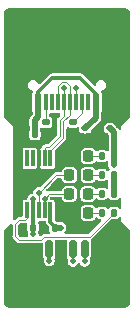
<source format=gtl>
%TF.GenerationSoftware,KiCad,Pcbnew,(7.0.0)*%
%TF.CreationDate,2023-06-07T22:18:09+08:00*%
%TF.ProjectId,USB2UART,55534232-5541-4525-942e-6b696361645f,rev?*%
%TF.SameCoordinates,Original*%
%TF.FileFunction,Copper,L1,Top*%
%TF.FilePolarity,Positive*%
%FSLAX46Y46*%
G04 Gerber Fmt 4.6, Leading zero omitted, Abs format (unit mm)*
G04 Created by KiCad (PCBNEW (7.0.0)) date 2023-06-07 22:18:09*
%MOMM*%
%LPD*%
G01*
G04 APERTURE LIST*
G04 Aperture macros list*
%AMRoundRect*
0 Rectangle with rounded corners*
0 $1 Rounding radius*
0 $2 $3 $4 $5 $6 $7 $8 $9 X,Y pos of 4 corners*
0 Add a 4 corners polygon primitive as box body*
4,1,4,$2,$3,$4,$5,$6,$7,$8,$9,$2,$3,0*
0 Add four circle primitives for the rounded corners*
1,1,$1+$1,$2,$3*
1,1,$1+$1,$4,$5*
1,1,$1+$1,$6,$7*
1,1,$1+$1,$8,$9*
0 Add four rect primitives between the rounded corners*
20,1,$1+$1,$2,$3,$4,$5,0*
20,1,$1+$1,$4,$5,$6,$7,0*
20,1,$1+$1,$6,$7,$8,$9,0*
20,1,$1+$1,$8,$9,$2,$3,0*%
G04 Aperture macros list end*
%TA.AperFunction,SMDPad,CuDef*%
%ADD10RoundRect,0.135000X-0.135000X-0.185000X0.135000X-0.185000X0.135000X0.185000X-0.135000X0.185000X0*%
%TD*%
%TA.AperFunction,SMDPad,CuDef*%
%ADD11RoundRect,0.140000X0.140000X0.170000X-0.140000X0.170000X-0.140000X-0.170000X0.140000X-0.170000X0*%
%TD*%
%TA.AperFunction,SMDPad,CuDef*%
%ADD12RoundRect,0.135000X-0.185000X0.135000X-0.185000X-0.135000X0.185000X-0.135000X0.185000X0.135000X0*%
%TD*%
%TA.AperFunction,SMDPad,CuDef*%
%ADD13RoundRect,0.150000X-0.150000X-0.625000X0.150000X-0.625000X0.150000X0.625000X-0.150000X0.625000X0*%
%TD*%
%TA.AperFunction,SMDPad,CuDef*%
%ADD14RoundRect,0.250000X-0.350000X-0.650000X0.350000X-0.650000X0.350000X0.650000X-0.350000X0.650000X0*%
%TD*%
%TA.AperFunction,SMDPad,CuDef*%
%ADD15RoundRect,0.218750X-0.218750X-0.256250X0.218750X-0.256250X0.218750X0.256250X-0.218750X0.256250X0*%
%TD*%
%TA.AperFunction,SMDPad,CuDef*%
%ADD16RoundRect,0.112500X0.187500X0.112500X-0.187500X0.112500X-0.187500X-0.112500X0.187500X-0.112500X0*%
%TD*%
%TA.AperFunction,SMDPad,CuDef*%
%ADD17R,0.600000X1.450000*%
%TD*%
%TA.AperFunction,SMDPad,CuDef*%
%ADD18R,0.300000X1.450000*%
%TD*%
%TA.AperFunction,ComponentPad*%
%ADD19O,1.000000X2.100000*%
%TD*%
%TA.AperFunction,ComponentPad*%
%ADD20O,1.000000X1.600000*%
%TD*%
%TA.AperFunction,SMDPad,CuDef*%
%ADD21R,0.300000X1.400000*%
%TD*%
%TA.AperFunction,ViaPad*%
%ADD22C,0.500000*%
%TD*%
%TA.AperFunction,Conductor*%
%ADD23C,0.300000*%
%TD*%
%TA.AperFunction,Conductor*%
%ADD24C,0.500000*%
%TD*%
%TA.AperFunction,Conductor*%
%ADD25C,0.100000*%
%TD*%
G04 APERTURE END LIST*
D10*
X146352500Y-90050000D03*
X147372500Y-90050000D03*
D11*
X140680000Y-82400000D03*
X139720000Y-82400000D03*
D12*
X143900000Y-82390000D03*
X143900000Y-83410000D03*
D13*
X141900000Y-93100000D03*
X142900000Y-93100000D03*
X143900000Y-93100000D03*
X144900000Y-93100000D03*
D14*
X140600000Y-96975000D03*
X146200000Y-96975000D03*
D15*
X143612500Y-86850000D03*
X145187500Y-86850000D03*
D12*
X141650000Y-82390000D03*
X141650000Y-83410000D03*
D16*
X147050000Y-82900000D03*
X144950000Y-82900000D03*
D17*
X146649999Y-80684999D03*
X145849999Y-80684999D03*
D18*
X144649999Y-80684999D03*
X143649999Y-80684999D03*
X143149999Y-80684999D03*
X142149999Y-80684999D03*
D17*
X140949999Y-80684999D03*
X140149999Y-80684999D03*
X140149999Y-80684999D03*
X140949999Y-80684999D03*
D18*
X141649999Y-80684999D03*
X142649999Y-80684999D03*
X144149999Y-80684999D03*
X145149999Y-80684999D03*
D17*
X145849999Y-80684999D03*
X146649999Y-80684999D03*
D19*
X147719999Y-79769999D03*
D20*
X147719999Y-75589999D03*
D19*
X139079999Y-79769999D03*
D20*
X139079999Y-75589999D03*
D10*
X146352500Y-85250000D03*
X147372500Y-85250000D03*
D21*
X141999999Y-85449999D03*
X141499999Y-85449999D03*
X140999999Y-85449999D03*
X140499999Y-85449999D03*
X139999999Y-85449999D03*
X139999999Y-89849999D03*
X140499999Y-89849999D03*
X140999999Y-89849999D03*
X141499999Y-89849999D03*
X141999999Y-89849999D03*
D15*
X143625000Y-85250000D03*
X145200000Y-85250000D03*
D11*
X142380000Y-91300000D03*
X141420000Y-91300000D03*
D15*
X143600000Y-88450000D03*
X145175000Y-88450000D03*
D11*
X140680000Y-83400000D03*
X139720000Y-83400000D03*
X140530000Y-91300000D03*
X139570000Y-91300000D03*
D10*
X146352500Y-86850000D03*
X147372500Y-86850000D03*
D15*
X143612500Y-90050000D03*
X145187500Y-90050000D03*
D10*
X146352500Y-88450000D03*
X147372500Y-88450000D03*
D22*
X140050000Y-84200000D03*
X142900000Y-94150000D03*
X147100000Y-91400000D03*
X147550000Y-96950000D03*
X145000000Y-83900000D03*
X139350000Y-81300000D03*
X141400000Y-91300000D03*
X146000000Y-93650000D03*
X139550000Y-91850000D03*
X145100000Y-91300000D03*
X139250000Y-85300000D03*
X144350000Y-89250000D03*
X145700000Y-78000000D03*
X139150000Y-84150000D03*
X139250000Y-88450000D03*
X141650000Y-83400000D03*
X139250000Y-86800000D03*
X139250000Y-96900000D03*
X147400000Y-89250000D03*
X140150000Y-86800000D03*
X143600000Y-90050000D03*
X143850000Y-84250000D03*
X140150000Y-93100000D03*
X143200000Y-77400000D03*
X146200000Y-95350000D03*
X146200000Y-92400000D03*
X146300000Y-84200000D03*
X142050000Y-96950000D03*
X146750000Y-81850000D03*
X143650000Y-85250000D03*
X144400000Y-87650000D03*
X146050000Y-83200000D03*
X143900000Y-83400000D03*
X142750000Y-87700000D03*
X140650000Y-95350000D03*
X139250000Y-89800000D03*
X138650000Y-92950000D03*
X144800000Y-96950000D03*
X145950000Y-87650000D03*
X140900000Y-78150000D03*
X138900000Y-81900000D03*
X147350000Y-86000000D03*
X140550000Y-91850000D03*
X141900000Y-94100000D03*
X140499999Y-88867952D03*
X147350000Y-87650000D03*
X142900000Y-91300000D03*
X141000000Y-88350000D03*
X144900000Y-94150000D03*
X143900000Y-94150000D03*
X141500000Y-88867951D03*
X144150000Y-79500000D03*
X143150000Y-79500000D03*
D23*
X140950000Y-79810000D02*
X142160000Y-78600000D01*
D24*
X140680000Y-82212685D02*
X140680000Y-82400000D01*
D23*
X140950000Y-80685000D02*
X140950000Y-79810000D01*
X144500000Y-78600000D02*
X145850000Y-79950000D01*
X142160000Y-78600000D02*
X144500000Y-78600000D01*
X145850000Y-79950000D02*
X145850000Y-80685000D01*
D24*
X145850000Y-82000000D02*
X144950000Y-82900000D01*
X140950000Y-81942685D02*
X140680000Y-82212685D01*
X145850000Y-80685000D02*
X145850000Y-82000000D01*
X140680000Y-82400000D02*
X140680000Y-83400000D01*
X140950000Y-80685000D02*
X140950000Y-81942685D01*
D23*
X139570000Y-91830000D02*
X139550000Y-91850000D01*
X139570000Y-91300000D02*
X139570000Y-91830000D01*
X140530000Y-91830000D02*
X140550000Y-91850000D01*
X140500000Y-91270000D02*
X140530000Y-91300000D01*
X140500000Y-89850000D02*
X140500000Y-91270000D01*
X140500000Y-88867953D02*
X140499999Y-88867952D01*
X140500000Y-89850000D02*
X140500000Y-88867953D01*
D24*
X147372500Y-83222500D02*
X147372500Y-85250000D01*
X147350000Y-85272500D02*
X147372500Y-85250000D01*
D23*
X140530000Y-91300000D02*
X140530000Y-91830000D01*
X141900000Y-94100000D02*
X141900000Y-93100000D01*
D24*
X147350000Y-86000000D02*
X147350000Y-85272500D01*
X147050000Y-82900000D02*
X147372500Y-83222500D01*
X142380000Y-91300000D02*
X142900000Y-91300000D01*
X147350000Y-87650000D02*
X147350000Y-88427500D01*
D23*
X142000000Y-90850000D02*
X142380000Y-91230000D01*
X142000000Y-89850000D02*
X142000000Y-90850000D01*
D24*
X147350000Y-88427500D02*
X147372500Y-88450000D01*
X147350000Y-87650000D02*
X147350000Y-86872500D01*
X147350000Y-86872500D02*
X147372500Y-86850000D01*
D23*
X142380000Y-91230000D02*
X142380000Y-91300000D01*
D25*
X142500000Y-86850000D02*
X143612500Y-86850000D01*
X141000000Y-88350000D02*
X142500000Y-86850000D01*
X144900000Y-94150000D02*
X144900000Y-93100000D01*
X141000000Y-89850000D02*
X141000000Y-88350000D01*
X145187500Y-86850000D02*
X146352500Y-86850000D01*
X141917951Y-88450000D02*
X143600000Y-88450000D01*
X141500000Y-89850000D02*
X141500000Y-88867951D01*
X143900000Y-94150000D02*
X143900000Y-93100000D01*
X141500000Y-88867951D02*
X141917951Y-88450000D01*
X145175000Y-88450000D02*
X146352500Y-88450000D01*
X145187500Y-90050000D02*
X146352500Y-90050000D01*
X145200000Y-85250000D02*
X146352500Y-85250000D01*
X144650000Y-80685000D02*
X144650000Y-81640000D01*
X144650000Y-81640000D02*
X143900000Y-82390000D01*
X143100000Y-82310000D02*
X143100000Y-83700000D01*
X142000000Y-84800000D02*
X142000000Y-85450000D01*
X142650000Y-79292893D02*
X142650000Y-80685000D01*
X143650000Y-81760000D02*
X143100000Y-82310000D01*
X143357107Y-79000000D02*
X142942893Y-79000000D01*
X142942893Y-79000000D02*
X142650000Y-79292893D01*
X143650000Y-80685000D02*
X143650000Y-81760000D01*
X143650000Y-79292893D02*
X143357107Y-79000000D01*
X143650000Y-80685000D02*
X143650000Y-79292893D01*
X143100000Y-83700000D02*
X142000000Y-84800000D01*
X142787868Y-82197868D02*
X142787868Y-83587868D01*
X142787868Y-83587868D02*
X141875736Y-84500000D01*
X143150000Y-80685000D02*
X143150000Y-79500000D01*
X143150000Y-80685000D02*
X143150000Y-81835736D01*
X144150000Y-79500000D02*
X144150000Y-80685000D01*
X143150000Y-81835736D02*
X142787868Y-82197868D01*
X141500000Y-84600000D02*
X141500000Y-85450000D01*
X141600000Y-84500000D02*
X141500000Y-84600000D01*
X141875736Y-84500000D02*
X141600000Y-84500000D01*
X141650000Y-80685000D02*
X141650000Y-82390000D01*
X139040000Y-90968457D02*
X139358457Y-90650000D01*
X139040000Y-92047107D02*
X139040000Y-90968457D01*
X140000000Y-90500000D02*
X140000000Y-89850000D01*
X147372500Y-90050000D02*
X145347500Y-92075000D01*
X139850000Y-90650000D02*
X140000000Y-90500000D01*
X139358457Y-90650000D02*
X139850000Y-90650000D01*
X141475000Y-92075000D02*
X141200000Y-92350000D01*
X145347500Y-92075000D02*
X141475000Y-92075000D01*
X141200000Y-92350000D02*
X139342893Y-92350000D01*
X139342893Y-92350000D02*
X139040000Y-92047107D01*
%TA.AperFunction,Conductor*%
G36*
X147941209Y-90411135D02*
G01*
X147983953Y-90456177D01*
X147999500Y-90516294D01*
X147999500Y-90799899D01*
X147999458Y-90800000D01*
X147999576Y-90800284D01*
X147999617Y-90800383D01*
X147999715Y-90800423D01*
X148371066Y-91171774D01*
X148713181Y-91513888D01*
X148740061Y-91554116D01*
X148749500Y-91601569D01*
X148749500Y-97593037D01*
X148748720Y-97606925D01*
X148746662Y-97625185D01*
X148746381Y-97627483D01*
X148736161Y-97705106D01*
X148732994Y-97721024D01*
X148732474Y-97722964D01*
X148729745Y-97731811D01*
X148718809Y-97763067D01*
X148716327Y-97769570D01*
X148694531Y-97822189D01*
X148684964Y-97840707D01*
X148664651Y-97873035D01*
X148658033Y-97882549D01*
X148625470Y-97924986D01*
X148614775Y-97937181D01*
X148587181Y-97964775D01*
X148574986Y-97975470D01*
X148532549Y-98008033D01*
X148523034Y-98014651D01*
X148490704Y-98034965D01*
X148472187Y-98044532D01*
X148419568Y-98066328D01*
X148413066Y-98068809D01*
X148381819Y-98079742D01*
X148372978Y-98082470D01*
X148371031Y-98082992D01*
X148355106Y-98086161D01*
X148277483Y-98096381D01*
X148275185Y-98096662D01*
X148267440Y-98097534D01*
X148256919Y-98098720D01*
X148243037Y-98099500D01*
X138556969Y-98099500D01*
X138543077Y-98098719D01*
X138524779Y-98096656D01*
X138522487Y-98096376D01*
X138444897Y-98086162D01*
X138428954Y-98082988D01*
X138428099Y-98082759D01*
X138427008Y-98082467D01*
X138418184Y-98079743D01*
X138386914Y-98068801D01*
X138380417Y-98066322D01*
X138327817Y-98044535D01*
X138309295Y-98034966D01*
X138276949Y-98014641D01*
X138267437Y-98008024D01*
X138225015Y-97975473D01*
X138212820Y-97964778D01*
X138185214Y-97937172D01*
X138174523Y-97924982D01*
X138141974Y-97882563D01*
X138135359Y-97873053D01*
X138115029Y-97840698D01*
X138105466Y-97822187D01*
X138083663Y-97769550D01*
X138081200Y-97763095D01*
X138070246Y-97731791D01*
X138067514Y-97722927D01*
X138066989Y-97720968D01*
X138063837Y-97705105D01*
X138053619Y-97627490D01*
X138053338Y-97625189D01*
X138051280Y-97606924D01*
X138050500Y-97593040D01*
X138050500Y-91601570D01*
X138059939Y-91554117D01*
X138086819Y-91513889D01*
X138577819Y-91022888D01*
X138627182Y-90992638D01*
X138684898Y-90988096D01*
X138738385Y-91010251D01*
X138775985Y-91054274D01*
X138789500Y-91110569D01*
X138789500Y-92010222D01*
X138787116Y-92034413D01*
X138784592Y-92047107D01*
X138786975Y-92059087D01*
X138801650Y-92132867D01*
X138801651Y-92132870D01*
X138804034Y-92144848D01*
X138820332Y-92169239D01*
X138859399Y-92227708D01*
X138869551Y-92234491D01*
X138869553Y-92234493D01*
X138870165Y-92234902D01*
X138888957Y-92250324D01*
X139139676Y-92501043D01*
X139155097Y-92519833D01*
X139162292Y-92530601D01*
X139172450Y-92537388D01*
X139215356Y-92566057D01*
X139234997Y-92579181D01*
X139234998Y-92579181D01*
X139245152Y-92585966D01*
X139342893Y-92605408D01*
X139354873Y-92603025D01*
X139355587Y-92602883D01*
X139379778Y-92600500D01*
X141163115Y-92600500D01*
X141187306Y-92602883D01*
X141200000Y-92605408D01*
X141211980Y-92603025D01*
X141251309Y-92595202D01*
X141305630Y-92596535D01*
X141354165Y-92620966D01*
X141387595Y-92663802D01*
X141399500Y-92716819D01*
X141399500Y-93758260D01*
X141409427Y-93826393D01*
X141413654Y-93835041D01*
X141413656Y-93835045D01*
X141450439Y-93910285D01*
X141461533Y-93945485D01*
X141461776Y-93982392D01*
X141444867Y-94100000D01*
X141446129Y-94108777D01*
X141462040Y-94219446D01*
X141462041Y-94219450D01*
X141463303Y-94228226D01*
X141466987Y-94236294D01*
X141466988Y-94236295D01*
X141513434Y-94337998D01*
X141513436Y-94338002D01*
X141517118Y-94346063D01*
X141522920Y-94352759D01*
X141522922Y-94352762D01*
X141566247Y-94402762D01*
X141601951Y-94443967D01*
X141710931Y-94514004D01*
X141835228Y-94550500D01*
X141955901Y-94550500D01*
X141964772Y-94550500D01*
X142089069Y-94514004D01*
X142198049Y-94443967D01*
X142282882Y-94346063D01*
X142336697Y-94228226D01*
X142355133Y-94100000D01*
X142338223Y-93982387D01*
X142338466Y-93945485D01*
X142349561Y-93910284D01*
X142386342Y-93835047D01*
X142386343Y-93835045D01*
X142390573Y-93826393D01*
X142400500Y-93758260D01*
X142400500Y-92449500D01*
X142417113Y-92387500D01*
X142462500Y-92342113D01*
X142524500Y-92325500D01*
X143275500Y-92325500D01*
X143337500Y-92342113D01*
X143382887Y-92387500D01*
X143399500Y-92449500D01*
X143399500Y-93758260D01*
X143409427Y-93826393D01*
X143413657Y-93835045D01*
X143458617Y-93927014D01*
X143470773Y-93971001D01*
X143466318Y-94015170D01*
X143463303Y-94021774D01*
X143444867Y-94150000D01*
X143446129Y-94158777D01*
X143462040Y-94269446D01*
X143462041Y-94269450D01*
X143463303Y-94278226D01*
X143466987Y-94286294D01*
X143466988Y-94286295D01*
X143513434Y-94387998D01*
X143513436Y-94388001D01*
X143517118Y-94396063D01*
X143522920Y-94402759D01*
X143522922Y-94402762D01*
X143552818Y-94437264D01*
X143601951Y-94493967D01*
X143710931Y-94564004D01*
X143835228Y-94600500D01*
X143955901Y-94600500D01*
X143964772Y-94600500D01*
X144089069Y-94564004D01*
X144198049Y-94493967D01*
X144282882Y-94396063D01*
X144287205Y-94386596D01*
X144288770Y-94384566D01*
X144291360Y-94380537D01*
X144291706Y-94380759D01*
X144321505Y-94342114D01*
X144371914Y-94317329D01*
X144428086Y-94317329D01*
X144478495Y-94342114D01*
X144508293Y-94380759D01*
X144508640Y-94380537D01*
X144511229Y-94384566D01*
X144512794Y-94386596D01*
X144517118Y-94396063D01*
X144522920Y-94402759D01*
X144522922Y-94402762D01*
X144552818Y-94437264D01*
X144601951Y-94493967D01*
X144710931Y-94564004D01*
X144835228Y-94600500D01*
X144955901Y-94600500D01*
X144964772Y-94600500D01*
X145089069Y-94564004D01*
X145198049Y-94493967D01*
X145282882Y-94396063D01*
X145336697Y-94278226D01*
X145355133Y-94150000D01*
X145336697Y-94021774D01*
X145333682Y-94015172D01*
X145329226Y-93971003D01*
X145341383Y-93927013D01*
X145386342Y-93835048D01*
X145386343Y-93835045D01*
X145390573Y-93826393D01*
X145400500Y-93758260D01*
X145400500Y-92441740D01*
X145398394Y-92427290D01*
X145407800Y-92359017D01*
X145452207Y-92306311D01*
X145475036Y-92291057D01*
X145528101Y-92255601D01*
X145535295Y-92244832D01*
X145550710Y-92226048D01*
X147169940Y-90606819D01*
X147210169Y-90579939D01*
X147257622Y-90570500D01*
X147542763Y-90570500D01*
X147546816Y-90570500D01*
X147595673Y-90564068D01*
X147702904Y-90514065D01*
X147786565Y-90430404D01*
X147788706Y-90432545D01*
X147821140Y-90404845D01*
X147881988Y-90392464D01*
X147941209Y-90411135D01*
G37*
%TD.AperFunction*%
%TA.AperFunction,Conductor*%
G36*
X139974452Y-90896906D02*
G01*
X140027299Y-90930978D01*
X140056639Y-90986591D01*
X140055173Y-91040400D01*
X140056028Y-91040513D01*
X140054946Y-91048727D01*
X140054945Y-91048732D01*
X140054790Y-91049913D01*
X140054790Y-91049915D01*
X140050717Y-91080858D01*
X140049500Y-91090099D01*
X140049500Y-91094151D01*
X140049500Y-91094152D01*
X140049500Y-91505840D01*
X140049500Y-91505855D01*
X140049501Y-91509900D01*
X140050029Y-91513916D01*
X140050030Y-91513921D01*
X140054790Y-91550082D01*
X140056028Y-91559487D01*
X140060037Y-91568084D01*
X140060038Y-91568087D01*
X140102025Y-91658130D01*
X140112310Y-91692400D01*
X140112381Y-91728180D01*
X140096129Y-91841221D01*
X140094867Y-91850000D01*
X140100903Y-91891985D01*
X140110374Y-91957853D01*
X140106613Y-92010435D01*
X140081349Y-92056703D01*
X140039147Y-92088294D01*
X139987636Y-92099500D01*
X139498015Y-92099500D01*
X139450562Y-92090061D01*
X139410334Y-92063181D01*
X139326819Y-91979666D01*
X139299939Y-91939438D01*
X139290500Y-91891985D01*
X139290500Y-91123579D01*
X139299939Y-91076126D01*
X139326819Y-91035898D01*
X139425898Y-90936819D01*
X139466126Y-90909939D01*
X139513579Y-90900500D01*
X139813115Y-90900500D01*
X139837306Y-90902883D01*
X139850000Y-90905408D01*
X139911689Y-90893137D01*
X139974452Y-90896906D01*
G37*
%TD.AperFunction*%
%TA.AperFunction,Conductor*%
G36*
X141330252Y-90750500D02*
G01*
X141524882Y-90750500D01*
X141582393Y-90764644D01*
X141626785Y-90803848D01*
X141647931Y-90859169D01*
X141648653Y-90864964D01*
X141649180Y-90870055D01*
X141649500Y-90873917D01*
X141649500Y-90879040D01*
X141650343Y-90884091D01*
X141652666Y-90898016D01*
X141653403Y-90903077D01*
X141656969Y-90931684D01*
X141659427Y-90951393D01*
X141662686Y-90958060D01*
X141663908Y-90965381D01*
X141668796Y-90974413D01*
X141668797Y-90974416D01*
X141687081Y-91008202D01*
X141689421Y-91012747D01*
X141710802Y-91056484D01*
X141716050Y-91061732D01*
X141719582Y-91068258D01*
X141727138Y-91075214D01*
X141727139Y-91075215D01*
X141755399Y-91101230D01*
X141759097Y-91104779D01*
X141863181Y-91208863D01*
X141890061Y-91249091D01*
X141899500Y-91296543D01*
X141899500Y-91505840D01*
X141899500Y-91505855D01*
X141899501Y-91509900D01*
X141900029Y-91513916D01*
X141900030Y-91513921D01*
X141904790Y-91550082D01*
X141906028Y-91559487D01*
X141920430Y-91590373D01*
X141947347Y-91648095D01*
X141958700Y-91708610D01*
X141939546Y-91767125D01*
X141894608Y-91809214D01*
X141834965Y-91824500D01*
X141511890Y-91824500D01*
X141487699Y-91822117D01*
X141475000Y-91819591D01*
X141463021Y-91821974D01*
X141389237Y-91836651D01*
X141389234Y-91836651D01*
X141377260Y-91839034D01*
X141367107Y-91845817D01*
X141367104Y-91845819D01*
X141336144Y-91866506D01*
X141336145Y-91866506D01*
X141294399Y-91894399D01*
X141287615Y-91904550D01*
X141287608Y-91904558D01*
X141287201Y-91905169D01*
X141271786Y-91923950D01*
X141211377Y-91984359D01*
X141158630Y-92015655D01*
X141097336Y-92017844D01*
X141042491Y-91990389D01*
X141007513Y-91940009D01*
X141000959Y-91879029D01*
X141005133Y-91850000D01*
X140986697Y-91721774D01*
X140981573Y-91710556D01*
X140970368Y-91658551D01*
X140981986Y-91606635D01*
X140999961Y-91568088D01*
X140999960Y-91568088D01*
X141003972Y-91559487D01*
X141010500Y-91509901D01*
X141010499Y-91090100D01*
X141003972Y-91040513D01*
X140953224Y-90931684D01*
X140955421Y-90930659D01*
X140938525Y-90882606D01*
X140952272Y-90817241D01*
X140997933Y-90768490D01*
X141062260Y-90750500D01*
X141163652Y-90750500D01*
X141169748Y-90750500D01*
X141225813Y-90739348D01*
X141274187Y-90739348D01*
X141330252Y-90750500D01*
G37*
%TD.AperFunction*%
%TA.AperFunction,Conductor*%
G36*
X148256920Y-72701279D02*
G01*
X148275214Y-72703341D01*
X148277478Y-72703617D01*
X148355109Y-72713837D01*
X148370968Y-72716989D01*
X148372927Y-72717514D01*
X148381791Y-72720246D01*
X148413106Y-72731204D01*
X148419551Y-72733664D01*
X148472185Y-72755465D01*
X148490698Y-72765029D01*
X148523053Y-72785359D01*
X148532563Y-72791974D01*
X148574982Y-72824523D01*
X148587172Y-72835214D01*
X148614778Y-72862820D01*
X148625473Y-72875015D01*
X148658024Y-72917437D01*
X148664641Y-72926949D01*
X148684966Y-72959295D01*
X148694535Y-72977817D01*
X148716322Y-73030417D01*
X148718801Y-73036914D01*
X148729743Y-73068184D01*
X148732467Y-73077008D01*
X148732988Y-73078950D01*
X148736162Y-73094897D01*
X148746376Y-73172487D01*
X148746656Y-73174779D01*
X148748719Y-73193077D01*
X148749500Y-73206969D01*
X148749500Y-81898431D01*
X148740061Y-81945884D01*
X148713181Y-81986112D01*
X148008060Y-82691229D01*
X148008055Y-82691235D01*
X147999715Y-82699576D01*
X147999617Y-82699617D01*
X147999576Y-82699715D01*
X147999576Y-82699716D01*
X147999458Y-82700000D01*
X147999500Y-82700101D01*
X147999500Y-82712051D01*
X147999500Y-82942903D01*
X147981948Y-83006503D01*
X147934260Y-83052097D01*
X147869936Y-83066778D01*
X147807188Y-83046390D01*
X147763780Y-82996704D01*
X147752958Y-82974232D01*
X147752956Y-82974229D01*
X147748925Y-82965858D01*
X147743082Y-82959560D01*
X147739066Y-82951962D01*
X147698652Y-82911548D01*
X147695435Y-82908209D01*
X147663881Y-82874202D01*
X147656555Y-82866306D01*
X147650546Y-82862836D01*
X147644843Y-82857739D01*
X147582170Y-82795066D01*
X147558637Y-82762226D01*
X147546911Y-82723564D01*
X147545737Y-82714646D01*
X147544499Y-82705240D01*
X147497850Y-82605201D01*
X147419799Y-82527150D01*
X147319760Y-82480501D01*
X147310359Y-82479263D01*
X147310355Y-82479262D01*
X147278198Y-82475029D01*
X147278196Y-82475028D01*
X147274179Y-82474500D01*
X147270126Y-82474500D01*
X147219058Y-82474500D01*
X147178104Y-82467542D01*
X147143471Y-82455423D01*
X147143468Y-82455422D01*
X147134699Y-82452354D01*
X147125412Y-82452006D01*
X147125410Y-82452006D01*
X147008274Y-82447623D01*
X147008271Y-82447623D01*
X146998990Y-82447276D01*
X146990021Y-82449679D01*
X146990013Y-82449680D01*
X146913149Y-82470275D01*
X146881060Y-82474500D01*
X146829881Y-82474500D01*
X146829866Y-82474500D01*
X146825822Y-82474501D01*
X146821806Y-82475029D01*
X146821800Y-82475030D01*
X146789644Y-82479263D01*
X146789643Y-82479263D01*
X146780240Y-82480501D01*
X146771645Y-82484508D01*
X146771641Y-82484510D01*
X146690031Y-82522566D01*
X146680201Y-82527150D01*
X146672533Y-82534817D01*
X146672530Y-82534820D01*
X146609820Y-82597530D01*
X146609817Y-82597533D01*
X146602150Y-82605201D01*
X146597566Y-82615030D01*
X146597566Y-82615031D01*
X146559511Y-82696641D01*
X146555501Y-82705240D01*
X146554263Y-82714638D01*
X146554262Y-82714644D01*
X146551278Y-82737313D01*
X146549500Y-82750821D01*
X146549500Y-82754872D01*
X146549500Y-82754873D01*
X146549500Y-83045118D01*
X146549500Y-83045133D01*
X146549501Y-83049178D01*
X146555501Y-83094760D01*
X146602150Y-83194799D01*
X146680201Y-83272850D01*
X146780240Y-83319499D01*
X146798573Y-83321912D01*
X146837228Y-83333638D01*
X146870067Y-83357170D01*
X146885681Y-83372784D01*
X146912561Y-83413012D01*
X146922000Y-83460465D01*
X146922000Y-84725669D01*
X146908485Y-84781964D01*
X146870885Y-84825987D01*
X146817398Y-84848142D01*
X146759682Y-84843600D01*
X146710319Y-84813350D01*
X146690574Y-84793605D01*
X146690574Y-84793604D01*
X146682904Y-84785935D01*
X146673075Y-84781352D01*
X146673073Y-84781350D01*
X146584269Y-84739940D01*
X146584266Y-84739939D01*
X146575673Y-84735932D01*
X146566273Y-84734694D01*
X146566268Y-84734693D01*
X146530836Y-84730029D01*
X146530832Y-84730028D01*
X146526816Y-84729500D01*
X146178184Y-84729500D01*
X146174168Y-84730028D01*
X146174163Y-84730029D01*
X146138731Y-84734693D01*
X146138724Y-84734694D01*
X146129327Y-84735932D01*
X146120735Y-84739938D01*
X146120730Y-84739940D01*
X146031926Y-84781350D01*
X146031921Y-84781353D01*
X146022096Y-84785935D01*
X146014430Y-84793600D01*
X146014424Y-84793605D01*
X145984650Y-84823380D01*
X145935287Y-84853629D01*
X145877572Y-84858171D01*
X145824085Y-84836016D01*
X145786485Y-84791993D01*
X145766588Y-84752944D01*
X145762158Y-84744249D01*
X145668251Y-84650342D01*
X145549920Y-84590049D01*
X145540283Y-84588522D01*
X145540278Y-84588521D01*
X145456566Y-84575263D01*
X145456560Y-84575262D01*
X145451746Y-84574500D01*
X144948254Y-84574500D01*
X144943440Y-84575262D01*
X144943433Y-84575263D01*
X144859721Y-84588521D01*
X144859714Y-84588523D01*
X144850080Y-84590049D01*
X144841384Y-84594479D01*
X144841383Y-84594480D01*
X144740444Y-84645911D01*
X144740441Y-84645913D01*
X144731749Y-84650342D01*
X144724850Y-84657240D01*
X144724847Y-84657243D01*
X144644743Y-84737347D01*
X144644740Y-84737350D01*
X144637842Y-84744249D01*
X144633413Y-84752941D01*
X144633411Y-84752944D01*
X144581980Y-84853883D01*
X144577549Y-84862580D01*
X144576023Y-84872214D01*
X144576021Y-84872221D01*
X144562763Y-84955933D01*
X144562762Y-84955940D01*
X144562000Y-84960754D01*
X144562000Y-85539246D01*
X144562762Y-85544060D01*
X144562763Y-85544066D01*
X144576021Y-85627778D01*
X144576022Y-85627783D01*
X144577549Y-85637420D01*
X144581980Y-85646116D01*
X144630089Y-85740536D01*
X144637842Y-85755751D01*
X144731749Y-85849658D01*
X144850080Y-85909951D01*
X144948254Y-85925500D01*
X145446868Y-85925500D01*
X145451746Y-85925500D01*
X145549920Y-85909951D01*
X145668251Y-85849658D01*
X145762158Y-85755751D01*
X145786484Y-85708007D01*
X145824084Y-85663983D01*
X145877572Y-85641828D01*
X145935288Y-85646370D01*
X145984651Y-85676620D01*
X146022096Y-85714065D01*
X146129327Y-85764068D01*
X146178184Y-85770500D01*
X146522763Y-85770500D01*
X146526816Y-85770500D01*
X146575673Y-85764068D01*
X146682904Y-85714065D01*
X146690574Y-85706394D01*
X146699461Y-85700172D01*
X146700364Y-85701462D01*
X146737182Y-85678900D01*
X146794898Y-85674358D01*
X146848385Y-85696513D01*
X146885985Y-85740536D01*
X146899500Y-85796831D01*
X146899500Y-85958907D01*
X146898237Y-85976554D01*
X146894867Y-86000000D01*
X146896129Y-86008777D01*
X146896129Y-86008782D01*
X146899385Y-86031431D01*
X146899500Y-86032484D01*
X146899500Y-86033762D01*
X146900007Y-86037125D01*
X146904220Y-86065078D01*
X146904342Y-86065907D01*
X146913303Y-86128226D01*
X146913952Y-86129649D01*
X146914652Y-86134287D01*
X146918681Y-86142654D01*
X146918682Y-86142656D01*
X146941559Y-86190161D01*
X146942631Y-86192447D01*
X146958974Y-86228231D01*
X146967118Y-86246063D01*
X146970184Y-86249602D01*
X146973575Y-86256642D01*
X146979893Y-86263451D01*
X146987535Y-86271687D01*
X147017175Y-86326931D01*
X147016004Y-86389612D01*
X146984321Y-86443710D01*
X146966102Y-86461928D01*
X146966099Y-86461931D01*
X146958435Y-86469596D01*
X146958295Y-86469894D01*
X146919755Y-86503692D01*
X146862500Y-86517702D01*
X146805245Y-86503692D01*
X146766704Y-86469894D01*
X146766565Y-86469596D01*
X146682904Y-86385935D01*
X146673075Y-86381352D01*
X146673073Y-86381350D01*
X146584269Y-86339940D01*
X146584266Y-86339939D01*
X146575673Y-86335932D01*
X146566273Y-86334694D01*
X146566268Y-86334693D01*
X146530836Y-86330029D01*
X146530832Y-86330028D01*
X146526816Y-86329500D01*
X146178184Y-86329500D01*
X146174168Y-86330028D01*
X146174163Y-86330029D01*
X146138731Y-86334693D01*
X146138724Y-86334694D01*
X146129327Y-86335932D01*
X146120735Y-86339938D01*
X146120730Y-86339940D01*
X146031926Y-86381350D01*
X146031921Y-86381353D01*
X146022096Y-86385935D01*
X146014430Y-86393600D01*
X146014424Y-86393605D01*
X145976369Y-86431661D01*
X145927006Y-86461910D01*
X145869290Y-86466452D01*
X145815803Y-86444297D01*
X145778204Y-86400274D01*
X145754088Y-86352943D01*
X145754087Y-86352942D01*
X145749658Y-86344249D01*
X145655751Y-86250342D01*
X145537420Y-86190049D01*
X145527783Y-86188522D01*
X145527778Y-86188521D01*
X145444066Y-86175263D01*
X145444060Y-86175262D01*
X145439246Y-86174500D01*
X144935754Y-86174500D01*
X144930940Y-86175262D01*
X144930933Y-86175263D01*
X144847221Y-86188521D01*
X144847214Y-86188523D01*
X144837580Y-86190049D01*
X144828884Y-86194479D01*
X144828883Y-86194480D01*
X144727944Y-86245911D01*
X144727941Y-86245913D01*
X144719249Y-86250342D01*
X144712350Y-86257240D01*
X144712347Y-86257243D01*
X144632243Y-86337347D01*
X144632240Y-86337350D01*
X144625342Y-86344249D01*
X144620913Y-86352941D01*
X144620911Y-86352944D01*
X144569480Y-86453883D01*
X144565049Y-86462580D01*
X144563523Y-86472214D01*
X144563521Y-86472221D01*
X144550263Y-86555933D01*
X144550262Y-86555940D01*
X144549500Y-86560754D01*
X144549500Y-87139246D01*
X144550262Y-87144060D01*
X144550263Y-87144066D01*
X144563521Y-87227778D01*
X144563522Y-87227783D01*
X144565049Y-87237420D01*
X144569480Y-87246116D01*
X144620910Y-87347054D01*
X144625342Y-87355751D01*
X144719249Y-87449658D01*
X144837580Y-87509951D01*
X144935754Y-87525500D01*
X145434368Y-87525500D01*
X145439246Y-87525500D01*
X145537420Y-87509951D01*
X145655751Y-87449658D01*
X145749658Y-87355751D01*
X145778204Y-87299725D01*
X145815803Y-87255702D01*
X145869291Y-87233547D01*
X145927007Y-87238089D01*
X145976370Y-87268339D01*
X146022096Y-87314065D01*
X146129327Y-87364068D01*
X146178184Y-87370500D01*
X146522763Y-87370500D01*
X146526816Y-87370500D01*
X146575673Y-87364068D01*
X146682904Y-87314065D01*
X146690574Y-87306394D01*
X146699461Y-87300172D01*
X146700364Y-87301462D01*
X146737182Y-87278900D01*
X146794898Y-87274358D01*
X146848385Y-87296513D01*
X146885985Y-87340536D01*
X146899500Y-87396831D01*
X146899500Y-87608907D01*
X146898237Y-87626554D01*
X146894867Y-87650000D01*
X146896129Y-87658777D01*
X146898238Y-87673446D01*
X146899500Y-87691093D01*
X146899500Y-87903169D01*
X146885985Y-87959464D01*
X146848385Y-88003487D01*
X146794898Y-88025642D01*
X146737182Y-88021100D01*
X146700364Y-87998537D01*
X146699461Y-87999828D01*
X146690573Y-87993604D01*
X146682904Y-87985935D01*
X146673075Y-87981352D01*
X146673073Y-87981350D01*
X146584269Y-87939940D01*
X146584266Y-87939939D01*
X146575673Y-87935932D01*
X146566273Y-87934694D01*
X146566268Y-87934693D01*
X146530836Y-87930029D01*
X146530832Y-87930028D01*
X146526816Y-87929500D01*
X146178184Y-87929500D01*
X146174168Y-87930028D01*
X146174163Y-87930029D01*
X146138731Y-87934693D01*
X146138724Y-87934694D01*
X146129327Y-87935932D01*
X146120735Y-87939938D01*
X146120730Y-87939940D01*
X146031926Y-87981350D01*
X146031921Y-87981353D01*
X146022096Y-87985935D01*
X146014428Y-87993602D01*
X146014425Y-87993605D01*
X145968088Y-88039942D01*
X145918725Y-88070191D01*
X145861009Y-88074733D01*
X145807522Y-88052578D01*
X145769923Y-88008554D01*
X145737158Y-87944249D01*
X145643251Y-87850342D01*
X145524920Y-87790049D01*
X145515283Y-87788522D01*
X145515278Y-87788521D01*
X145431566Y-87775263D01*
X145431560Y-87775262D01*
X145426746Y-87774500D01*
X144923254Y-87774500D01*
X144918440Y-87775262D01*
X144918433Y-87775263D01*
X144834721Y-87788521D01*
X144834714Y-87788523D01*
X144825080Y-87790049D01*
X144816384Y-87794479D01*
X144816383Y-87794480D01*
X144715444Y-87845911D01*
X144715441Y-87845913D01*
X144706749Y-87850342D01*
X144699850Y-87857240D01*
X144699847Y-87857243D01*
X144619743Y-87937347D01*
X144619740Y-87937350D01*
X144612842Y-87944249D01*
X144608413Y-87952941D01*
X144608411Y-87952944D01*
X144557645Y-88052578D01*
X144552549Y-88062580D01*
X144551023Y-88072214D01*
X144551021Y-88072221D01*
X144537763Y-88155933D01*
X144537762Y-88155940D01*
X144537000Y-88160754D01*
X144537000Y-88739246D01*
X144537762Y-88744060D01*
X144537763Y-88744066D01*
X144551021Y-88827778D01*
X144551022Y-88827783D01*
X144552549Y-88837420D01*
X144556980Y-88846116D01*
X144602633Y-88935716D01*
X144612842Y-88955751D01*
X144706749Y-89049658D01*
X144825080Y-89109951D01*
X144923254Y-89125500D01*
X145421868Y-89125500D01*
X145426746Y-89125500D01*
X145524920Y-89109951D01*
X145643251Y-89049658D01*
X145737158Y-88955751D01*
X145769925Y-88891442D01*
X145807522Y-88847422D01*
X145861009Y-88825266D01*
X145918726Y-88829808D01*
X145968089Y-88860057D01*
X146022096Y-88914065D01*
X146129327Y-88964068D01*
X146178184Y-88970500D01*
X146522763Y-88970500D01*
X146526816Y-88970500D01*
X146575673Y-88964068D01*
X146682904Y-88914065D01*
X146766565Y-88830404D01*
X146766703Y-88830105D01*
X146805243Y-88796308D01*
X146862500Y-88782297D01*
X146919757Y-88796308D01*
X146958296Y-88830105D01*
X146958435Y-88830404D01*
X147042096Y-88914065D01*
X147149327Y-88964068D01*
X147198184Y-88970500D01*
X147542763Y-88970500D01*
X147546816Y-88970500D01*
X147595673Y-88964068D01*
X147702904Y-88914065D01*
X147786565Y-88830404D01*
X147788706Y-88832545D01*
X147821140Y-88804845D01*
X147881988Y-88792464D01*
X147941209Y-88811135D01*
X147983953Y-88856177D01*
X147999500Y-88916294D01*
X147999500Y-89583706D01*
X147983953Y-89643823D01*
X147941209Y-89688865D01*
X147881988Y-89707536D01*
X147821140Y-89695155D01*
X147788706Y-89667454D01*
X147786565Y-89669596D01*
X147702904Y-89585935D01*
X147693075Y-89581352D01*
X147693073Y-89581350D01*
X147604269Y-89539940D01*
X147604266Y-89539939D01*
X147595673Y-89535932D01*
X147586273Y-89534694D01*
X147586268Y-89534693D01*
X147550836Y-89530029D01*
X147550832Y-89530028D01*
X147546816Y-89529500D01*
X147198184Y-89529500D01*
X147194168Y-89530028D01*
X147194163Y-89530029D01*
X147158731Y-89534693D01*
X147158724Y-89534694D01*
X147149327Y-89535932D01*
X147140735Y-89539938D01*
X147140730Y-89539940D01*
X147051926Y-89581350D01*
X147051921Y-89581353D01*
X147042096Y-89585935D01*
X147034428Y-89593602D01*
X147034425Y-89593605D01*
X146966104Y-89661926D01*
X146966101Y-89661929D01*
X146958435Y-89669596D01*
X146958295Y-89669894D01*
X146919755Y-89703692D01*
X146862500Y-89717702D01*
X146805245Y-89703692D01*
X146766704Y-89669894D01*
X146766565Y-89669596D01*
X146682904Y-89585935D01*
X146673075Y-89581352D01*
X146673073Y-89581350D01*
X146584269Y-89539940D01*
X146584266Y-89539939D01*
X146575673Y-89535932D01*
X146566273Y-89534694D01*
X146566268Y-89534693D01*
X146530836Y-89530029D01*
X146530832Y-89530028D01*
X146526816Y-89529500D01*
X146178184Y-89529500D01*
X146174168Y-89530028D01*
X146174163Y-89530029D01*
X146138731Y-89534693D01*
X146138724Y-89534694D01*
X146129327Y-89535932D01*
X146120735Y-89539938D01*
X146120730Y-89539940D01*
X146031926Y-89581350D01*
X146031921Y-89581353D01*
X146022096Y-89585935D01*
X146014430Y-89593600D01*
X146014424Y-89593605D01*
X145976369Y-89631661D01*
X145927006Y-89661910D01*
X145869290Y-89666452D01*
X145815803Y-89644297D01*
X145778204Y-89600274D01*
X145754088Y-89552943D01*
X145754087Y-89552942D01*
X145749658Y-89544249D01*
X145655751Y-89450342D01*
X145537420Y-89390049D01*
X145527783Y-89388522D01*
X145527778Y-89388521D01*
X145444066Y-89375263D01*
X145444060Y-89375262D01*
X145439246Y-89374500D01*
X144935754Y-89374500D01*
X144930940Y-89375262D01*
X144930933Y-89375263D01*
X144847221Y-89388521D01*
X144847214Y-89388523D01*
X144837580Y-89390049D01*
X144828884Y-89394479D01*
X144828883Y-89394480D01*
X144727944Y-89445911D01*
X144727941Y-89445913D01*
X144719249Y-89450342D01*
X144712350Y-89457240D01*
X144712347Y-89457243D01*
X144632243Y-89537347D01*
X144632240Y-89537350D01*
X144625342Y-89544249D01*
X144620913Y-89552941D01*
X144620911Y-89552944D01*
X144569480Y-89653883D01*
X144565049Y-89662580D01*
X144563523Y-89672214D01*
X144563521Y-89672221D01*
X144550263Y-89755933D01*
X144550262Y-89755940D01*
X144549500Y-89760754D01*
X144549500Y-90339246D01*
X144550262Y-90344060D01*
X144550263Y-90344066D01*
X144563521Y-90427778D01*
X144563522Y-90427783D01*
X144565049Y-90437420D01*
X144586832Y-90480172D01*
X144620910Y-90547054D01*
X144625342Y-90555751D01*
X144719249Y-90649658D01*
X144837580Y-90709951D01*
X144935754Y-90725500D01*
X145434368Y-90725500D01*
X145439246Y-90725500D01*
X145537420Y-90709951D01*
X145655751Y-90649658D01*
X145749658Y-90555751D01*
X145778204Y-90499725D01*
X145815803Y-90455702D01*
X145869291Y-90433547D01*
X145927007Y-90438089D01*
X145976370Y-90468339D01*
X146022096Y-90514065D01*
X146129327Y-90564068D01*
X146178184Y-90570500D01*
X146198378Y-90570500D01*
X146254673Y-90584015D01*
X146298696Y-90621615D01*
X146320851Y-90675102D01*
X146316309Y-90732818D01*
X146286059Y-90782181D01*
X145280059Y-91788181D01*
X145239831Y-91815061D01*
X145192378Y-91824500D01*
X143313138Y-91824500D01*
X143246122Y-91804831D01*
X143200367Y-91752063D01*
X143190388Y-91682937D01*
X143219351Y-91619383D01*
X143219908Y-91618739D01*
X143229350Y-91608960D01*
X143256194Y-91584055D01*
X143262717Y-91572754D01*
X143276392Y-91553552D01*
X143282882Y-91546063D01*
X143298418Y-91512043D01*
X143303818Y-91501564D01*
X143324096Y-91466445D01*
X143326165Y-91457377D01*
X143326322Y-91456978D01*
X143330960Y-91443278D01*
X143333009Y-91436299D01*
X143336697Y-91428226D01*
X143342580Y-91387301D01*
X143344418Y-91377401D01*
X143354315Y-91334046D01*
X143353620Y-91324778D01*
X143354155Y-91317648D01*
X143353871Y-91317648D01*
X143353871Y-91308777D01*
X143355133Y-91300000D01*
X143348692Y-91255203D01*
X143347779Y-91246837D01*
X143344933Y-91208863D01*
X143344166Y-91198622D01*
X143340769Y-91189968D01*
X143340304Y-91187929D01*
X143339040Y-91184237D01*
X143337959Y-91180555D01*
X143336697Y-91171774D01*
X143316285Y-91127078D01*
X143313652Y-91120872D01*
X143297948Y-91080858D01*
X143297946Y-91080855D01*
X143294552Y-91072206D01*
X143288757Y-91064939D01*
X143287769Y-91063228D01*
X143285996Y-91060756D01*
X143282882Y-91053937D01*
X143277076Y-91047237D01*
X143277072Y-91047230D01*
X143248127Y-91013827D01*
X143244931Y-91009984D01*
X143209879Y-90966030D01*
X143202202Y-90960795D01*
X143202068Y-90960671D01*
X143198049Y-90956033D01*
X143190585Y-90951236D01*
X143150124Y-90925233D01*
X143147312Y-90923371D01*
X143105352Y-90894763D01*
X143105349Y-90894761D01*
X143097673Y-90889528D01*
X143091696Y-90887684D01*
X143089069Y-90885996D01*
X143082504Y-90884068D01*
X143082498Y-90884066D01*
X143043076Y-90872491D01*
X143030685Y-90868853D01*
X143029096Y-90868374D01*
X142976783Y-90852238D01*
X142976774Y-90852236D01*
X142967902Y-90849500D01*
X142958613Y-90849500D01*
X142751648Y-90849500D01*
X142699243Y-90837882D01*
X142618083Y-90800036D01*
X142618080Y-90800035D01*
X142609487Y-90796028D01*
X142600087Y-90794790D01*
X142600082Y-90794789D01*
X142563921Y-90790029D01*
X142563917Y-90790028D01*
X142559901Y-90789500D01*
X142555848Y-90789500D01*
X142486544Y-90789500D01*
X142439091Y-90780061D01*
X142398863Y-90753181D01*
X142386819Y-90741137D01*
X142359939Y-90700909D01*
X142350500Y-90653456D01*
X142350500Y-89136348D01*
X142350500Y-89130252D01*
X142338867Y-89071769D01*
X142294552Y-89005448D01*
X142242249Y-88970500D01*
X142238384Y-88967917D01*
X142238383Y-88967916D01*
X142228231Y-88961133D01*
X142216253Y-88958750D01*
X142216252Y-88958750D01*
X142175728Y-88950689D01*
X142175723Y-88950688D01*
X142169748Y-88949500D01*
X142163652Y-88949500D01*
X142074305Y-88949500D01*
X142017493Y-88935720D01*
X141973308Y-88897442D01*
X141951571Y-88843174D01*
X141951427Y-88842174D01*
X141955178Y-88789585D01*
X141980439Y-88743307D01*
X142022643Y-88711708D01*
X142074161Y-88700500D01*
X142849957Y-88700500D01*
X142906251Y-88714015D01*
X142950275Y-88751614D01*
X142972430Y-88805101D01*
X142977549Y-88837420D01*
X142981980Y-88846116D01*
X143027633Y-88935716D01*
X143037842Y-88955751D01*
X143131749Y-89049658D01*
X143250080Y-89109951D01*
X143348254Y-89125500D01*
X143846868Y-89125500D01*
X143851746Y-89125500D01*
X143949920Y-89109951D01*
X144068251Y-89049658D01*
X144162158Y-88955751D01*
X144222451Y-88837420D01*
X144238000Y-88739246D01*
X144238000Y-88160754D01*
X144222451Y-88062580D01*
X144162158Y-87944249D01*
X144068251Y-87850342D01*
X143949920Y-87790049D01*
X143940283Y-87788522D01*
X143940278Y-87788521D01*
X143856566Y-87775263D01*
X143856560Y-87775262D01*
X143851746Y-87774500D01*
X143348254Y-87774500D01*
X143343440Y-87775262D01*
X143343433Y-87775263D01*
X143259721Y-87788521D01*
X143259714Y-87788523D01*
X143250080Y-87790049D01*
X143241384Y-87794479D01*
X143241383Y-87794480D01*
X143140444Y-87845911D01*
X143140441Y-87845913D01*
X143131749Y-87850342D01*
X143124850Y-87857240D01*
X143124847Y-87857243D01*
X143044743Y-87937347D01*
X143044740Y-87937350D01*
X143037842Y-87944249D01*
X143033413Y-87952941D01*
X143033411Y-87952944D01*
X142982645Y-88052578D01*
X142977549Y-88062580D01*
X142976022Y-88072220D01*
X142976022Y-88072221D01*
X142972430Y-88094899D01*
X142950275Y-88148386D01*
X142906251Y-88185985D01*
X142849957Y-88199500D01*
X141954836Y-88199500D01*
X141930645Y-88197117D01*
X141929931Y-88196975D01*
X141917951Y-88194592D01*
X141905971Y-88196975D01*
X141832188Y-88211651D01*
X141832186Y-88211651D01*
X141820210Y-88214034D01*
X141819938Y-88214215D01*
X141761573Y-88221123D01*
X141700439Y-88192940D01*
X141663040Y-88136968D01*
X141660397Y-88069703D01*
X141693290Y-88010969D01*
X142030814Y-87673446D01*
X142567440Y-87136819D01*
X142607669Y-87109939D01*
X142655122Y-87100500D01*
X142862457Y-87100500D01*
X142918751Y-87114015D01*
X142962775Y-87151614D01*
X142984930Y-87205101D01*
X142990049Y-87237420D01*
X142994480Y-87246116D01*
X143045910Y-87347054D01*
X143050342Y-87355751D01*
X143144249Y-87449658D01*
X143262580Y-87509951D01*
X143360754Y-87525500D01*
X143859368Y-87525500D01*
X143864246Y-87525500D01*
X143962420Y-87509951D01*
X144080751Y-87449658D01*
X144174658Y-87355751D01*
X144234951Y-87237420D01*
X144250500Y-87139246D01*
X144250500Y-86560754D01*
X144234951Y-86462580D01*
X144174658Y-86344249D01*
X144080751Y-86250342D01*
X143962420Y-86190049D01*
X143952783Y-86188522D01*
X143952778Y-86188521D01*
X143869066Y-86175263D01*
X143869060Y-86175262D01*
X143864246Y-86174500D01*
X143360754Y-86174500D01*
X143355940Y-86175262D01*
X143355933Y-86175263D01*
X143272221Y-86188521D01*
X143272214Y-86188523D01*
X143262580Y-86190049D01*
X143253884Y-86194479D01*
X143253883Y-86194480D01*
X143152944Y-86245911D01*
X143152941Y-86245913D01*
X143144249Y-86250342D01*
X143137350Y-86257240D01*
X143137347Y-86257243D01*
X143057243Y-86337347D01*
X143057240Y-86337350D01*
X143050342Y-86344249D01*
X143045913Y-86352941D01*
X143045911Y-86352944D01*
X142994480Y-86453883D01*
X142990049Y-86462580D01*
X142988522Y-86472220D01*
X142988522Y-86472221D01*
X142984930Y-86494899D01*
X142962775Y-86548386D01*
X142918751Y-86585985D01*
X142862457Y-86599500D01*
X142536885Y-86599500D01*
X142512694Y-86597117D01*
X142511980Y-86596975D01*
X142500000Y-86594592D01*
X142488020Y-86596975D01*
X142414239Y-86611650D01*
X142414234Y-86611651D01*
X142402259Y-86614034D01*
X142392105Y-86620818D01*
X142392102Y-86620820D01*
X142384824Y-86625684D01*
X142329554Y-86662613D01*
X142329551Y-86662615D01*
X142319399Y-86669399D01*
X142312615Y-86679550D01*
X142312612Y-86679554D01*
X142312200Y-86680172D01*
X142296783Y-86698955D01*
X141132558Y-87863181D01*
X141092330Y-87890061D01*
X141044877Y-87899500D01*
X140935228Y-87899500D01*
X140926718Y-87901998D01*
X140926715Y-87901999D01*
X140819444Y-87933496D01*
X140819441Y-87933497D01*
X140810931Y-87935996D01*
X140803468Y-87940791D01*
X140803468Y-87940792D01*
X140709412Y-88001237D01*
X140709406Y-88001241D01*
X140701951Y-88006033D01*
X140696146Y-88012732D01*
X140696143Y-88012735D01*
X140622922Y-88097237D01*
X140622917Y-88097243D01*
X140617118Y-88103937D01*
X140613438Y-88111994D01*
X140613434Y-88112001D01*
X140566988Y-88213704D01*
X140563303Y-88221774D01*
X140562041Y-88230547D01*
X140562040Y-88230553D01*
X140550301Y-88312201D01*
X140531879Y-88361592D01*
X140494605Y-88398867D01*
X140445215Y-88417290D01*
X140444088Y-88417452D01*
X140435227Y-88417452D01*
X140426720Y-88419949D01*
X140426718Y-88419950D01*
X140319443Y-88451448D01*
X140319440Y-88451449D01*
X140310930Y-88453948D01*
X140303467Y-88458743D01*
X140303467Y-88458744D01*
X140209411Y-88519189D01*
X140209405Y-88519193D01*
X140201950Y-88523985D01*
X140196145Y-88530684D01*
X140196142Y-88530687D01*
X140122921Y-88615189D01*
X140122916Y-88615195D01*
X140117117Y-88621889D01*
X140113437Y-88629946D01*
X140113433Y-88629953D01*
X140066987Y-88731656D01*
X140063302Y-88739726D01*
X140062040Y-88748499D01*
X140062039Y-88748505D01*
X140048432Y-88843147D01*
X140026701Y-88897427D01*
X139982514Y-88935716D01*
X139925694Y-88949500D01*
X139830252Y-88949500D01*
X139824277Y-88950688D01*
X139824271Y-88950689D01*
X139783747Y-88958750D01*
X139783745Y-88958750D01*
X139771769Y-88961133D01*
X139761618Y-88967915D01*
X139761615Y-88967917D01*
X139715601Y-88998663D01*
X139715598Y-88998665D01*
X139705448Y-89005448D01*
X139698665Y-89015598D01*
X139698663Y-89015601D01*
X139667917Y-89061615D01*
X139667915Y-89061618D01*
X139661133Y-89071769D01*
X139658750Y-89083745D01*
X139658750Y-89083747D01*
X139650689Y-89124271D01*
X139650688Y-89124277D01*
X139649500Y-89130252D01*
X139649500Y-89136348D01*
X139649500Y-90275500D01*
X139632887Y-90337500D01*
X139587500Y-90382887D01*
X139525500Y-90399500D01*
X139395342Y-90399500D01*
X139371151Y-90397117D01*
X139370437Y-90396975D01*
X139358457Y-90394592D01*
X139346477Y-90396975D01*
X139272696Y-90411650D01*
X139272691Y-90411651D01*
X139260716Y-90414034D01*
X139250562Y-90420818D01*
X139250561Y-90420819D01*
X139236217Y-90430404D01*
X139188011Y-90462613D01*
X139188008Y-90462615D01*
X139177856Y-90469399D01*
X139171072Y-90479550D01*
X139171069Y-90479554D01*
X139170657Y-90480172D01*
X139155240Y-90498955D01*
X139012179Y-90642016D01*
X138962818Y-90672265D01*
X138905102Y-90676807D01*
X138851615Y-90654652D01*
X138814015Y-90610629D01*
X138800500Y-90554334D01*
X138800500Y-86169748D01*
X139649500Y-86169748D01*
X139650688Y-86175723D01*
X139650689Y-86175728D01*
X139658750Y-86216252D01*
X139661133Y-86228231D01*
X139667916Y-86238383D01*
X139667917Y-86238384D01*
X139684666Y-86263451D01*
X139705448Y-86294552D01*
X139771769Y-86338867D01*
X139830252Y-86350500D01*
X140163652Y-86350500D01*
X140169748Y-86350500D01*
X140225813Y-86339348D01*
X140274187Y-86339348D01*
X140330252Y-86350500D01*
X140663652Y-86350500D01*
X140669748Y-86350500D01*
X140728231Y-86338867D01*
X140794552Y-86294552D01*
X140838867Y-86228231D01*
X140850500Y-86169748D01*
X140850500Y-84730252D01*
X140838867Y-84671769D01*
X140794552Y-84605448D01*
X140778137Y-84594480D01*
X140738384Y-84567917D01*
X140738383Y-84567916D01*
X140728231Y-84561133D01*
X140716253Y-84558750D01*
X140716252Y-84558750D01*
X140675728Y-84550689D01*
X140675723Y-84550688D01*
X140669748Y-84549500D01*
X140330252Y-84549500D01*
X140324280Y-84550687D01*
X140324279Y-84550688D01*
X140324274Y-84550689D01*
X140274187Y-84560651D01*
X140225808Y-84560651D01*
X140175728Y-84550689D01*
X140175723Y-84550688D01*
X140169748Y-84549500D01*
X139830252Y-84549500D01*
X139824277Y-84550688D01*
X139824271Y-84550689D01*
X139783747Y-84558750D01*
X139783745Y-84558750D01*
X139771769Y-84561133D01*
X139761618Y-84567915D01*
X139761615Y-84567917D01*
X139715601Y-84598663D01*
X139715598Y-84598665D01*
X139705448Y-84605448D01*
X139698665Y-84615598D01*
X139698663Y-84615601D01*
X139667917Y-84661615D01*
X139667915Y-84661618D01*
X139661133Y-84671769D01*
X139658750Y-84683745D01*
X139658750Y-84683747D01*
X139650689Y-84724271D01*
X139650688Y-84724277D01*
X139649500Y-84730252D01*
X139649500Y-86169748D01*
X138800500Y-86169748D01*
X138800500Y-82687134D01*
X138800500Y-82675100D01*
X138800542Y-82675000D01*
X138800469Y-82674827D01*
X138800383Y-82674617D01*
X138800282Y-82674575D01*
X138441379Y-82315672D01*
X138086819Y-81961111D01*
X138059939Y-81920883D01*
X138050500Y-81873430D01*
X138050500Y-79240000D01*
X140079196Y-79240000D01*
X140080723Y-79249641D01*
X140098753Y-79363484D01*
X140098754Y-79363489D01*
X140100281Y-79373126D01*
X140161472Y-79493220D01*
X140256780Y-79588528D01*
X140376874Y-79649719D01*
X140401962Y-79653692D01*
X140458369Y-79678036D01*
X140496169Y-79726472D01*
X140506078Y-79787107D01*
X140485664Y-79845056D01*
X140467917Y-79871615D01*
X140467916Y-79871617D01*
X140461133Y-79881769D01*
X140458750Y-79893745D01*
X140458750Y-79893747D01*
X140450689Y-79934271D01*
X140450688Y-79934277D01*
X140449500Y-79940252D01*
X140449500Y-81429748D01*
X140450688Y-81435723D01*
X140450689Y-81435728D01*
X140458749Y-81476250D01*
X140458750Y-81476253D01*
X140461133Y-81488231D01*
X140467917Y-81498384D01*
X140467919Y-81498388D01*
X140478602Y-81514376D01*
X140494161Y-81547271D01*
X140499500Y-81583267D01*
X140499500Y-81704719D01*
X140490061Y-81752172D01*
X140463180Y-81792401D01*
X140384258Y-81871321D01*
X140373895Y-81880583D01*
X140353294Y-81897012D01*
X140353290Y-81897015D01*
X140346030Y-81902806D01*
X140340797Y-81910480D01*
X140340796Y-81910482D01*
X140313824Y-81950041D01*
X140311144Y-81953817D01*
X140282724Y-81992326D01*
X140282721Y-81992331D01*
X140277207Y-81999803D01*
X140274727Y-82006888D01*
X140272662Y-82010414D01*
X140269528Y-82015012D01*
X140269036Y-82016604D01*
X140265983Y-82021818D01*
X140264445Y-82024013D01*
X140256776Y-82031684D01*
X140252193Y-82041510D01*
X140252190Y-82041516D01*
X140210036Y-82131916D01*
X140210034Y-82131920D01*
X140206028Y-82140513D01*
X140204790Y-82149910D01*
X140204789Y-82149917D01*
X140200054Y-82185888D01*
X140199500Y-82190099D01*
X140199500Y-82194151D01*
X140199500Y-82194152D01*
X140199500Y-82605840D01*
X140199500Y-82605855D01*
X140199501Y-82609900D01*
X140206028Y-82659487D01*
X140213358Y-82675207D01*
X140217882Y-82684908D01*
X140229500Y-82737313D01*
X140229500Y-83062687D01*
X140217882Y-83115092D01*
X140210036Y-83131916D01*
X140210034Y-83131920D01*
X140206028Y-83140513D01*
X140204790Y-83149910D01*
X140204789Y-83149917D01*
X140200175Y-83184968D01*
X140199500Y-83190099D01*
X140199500Y-83194151D01*
X140199500Y-83194152D01*
X140199500Y-83605840D01*
X140199500Y-83605855D01*
X140199501Y-83609900D01*
X140206028Y-83659487D01*
X140256776Y-83768316D01*
X140341684Y-83853224D01*
X140450513Y-83903972D01*
X140500099Y-83910500D01*
X140859900Y-83910499D01*
X140909487Y-83903972D01*
X141018316Y-83853224D01*
X141103224Y-83768316D01*
X141153972Y-83659487D01*
X141160500Y-83609901D01*
X141160499Y-83190100D01*
X141153972Y-83140513D01*
X141142117Y-83115091D01*
X141130500Y-83062687D01*
X141130500Y-82933845D01*
X141145786Y-82874202D01*
X141187875Y-82829265D01*
X141246390Y-82810111D01*
X141306904Y-82821463D01*
X141368227Y-82850058D01*
X141368228Y-82850058D01*
X141376827Y-82854068D01*
X141425684Y-82860500D01*
X141870263Y-82860500D01*
X141874316Y-82860500D01*
X141923173Y-82854068D01*
X142030404Y-82804065D01*
X142114065Y-82720404D01*
X142164068Y-82613173D01*
X142170500Y-82564316D01*
X142170500Y-82215684D01*
X142164068Y-82166827D01*
X142114065Y-82059596D01*
X142030404Y-81975935D01*
X141972094Y-81948744D01*
X141919919Y-81902988D01*
X141900500Y-81836363D01*
X141900500Y-81734500D01*
X141917113Y-81672500D01*
X141962500Y-81627113D01*
X142024500Y-81610500D01*
X142313652Y-81610500D01*
X142319748Y-81610500D01*
X142375813Y-81599348D01*
X142424187Y-81599348D01*
X142480252Y-81610500D01*
X142486348Y-81610500D01*
X142721614Y-81610500D01*
X142777909Y-81624015D01*
X142821932Y-81661615D01*
X142844087Y-81715102D01*
X142839545Y-81772818D01*
X142809295Y-81822180D01*
X142720993Y-81910482D01*
X142636824Y-81994651D01*
X142618036Y-82010071D01*
X142617421Y-82010481D01*
X142617418Y-82010483D01*
X142607267Y-82017267D01*
X142600483Y-82027419D01*
X142600482Y-82027421D01*
X142589535Y-82043806D01*
X142558686Y-82089973D01*
X142558684Y-82089976D01*
X142551902Y-82100127D01*
X142549519Y-82112103D01*
X142549519Y-82112105D01*
X142538634Y-82166827D01*
X142532460Y-82197868D01*
X142534843Y-82209848D01*
X142534985Y-82210562D01*
X142537368Y-82234753D01*
X142537368Y-83432746D01*
X142527929Y-83480199D01*
X142501049Y-83520427D01*
X141808295Y-84213181D01*
X141768067Y-84240061D01*
X141720614Y-84249500D01*
X141636885Y-84249500D01*
X141612694Y-84247117D01*
X141611980Y-84246975D01*
X141600000Y-84244592D01*
X141588020Y-84246975D01*
X141514237Y-84261651D01*
X141514235Y-84261651D01*
X141502259Y-84264034D01*
X141492106Y-84270817D01*
X141492105Y-84270818D01*
X141472463Y-84283942D01*
X141429549Y-84312616D01*
X141429546Y-84312618D01*
X141419399Y-84319399D01*
X141412617Y-84329547D01*
X141412614Y-84329551D01*
X141412200Y-84330172D01*
X141396783Y-84348955D01*
X141348955Y-84396783D01*
X141330172Y-84412200D01*
X141329551Y-84412614D01*
X141329547Y-84412617D01*
X141319399Y-84419399D01*
X141312618Y-84429546D01*
X141312616Y-84429549D01*
X141283942Y-84472463D01*
X141270819Y-84492103D01*
X141270817Y-84492105D01*
X141264034Y-84502259D01*
X141261651Y-84514235D01*
X141261651Y-84514237D01*
X141259362Y-84525746D01*
X141240857Y-84570428D01*
X141222751Y-84588542D01*
X141224237Y-84590028D01*
X141215600Y-84598663D01*
X141205448Y-84605448D01*
X141198665Y-84615598D01*
X141198663Y-84615601D01*
X141167917Y-84661615D01*
X141167915Y-84661618D01*
X141161133Y-84671769D01*
X141158750Y-84683745D01*
X141158750Y-84683747D01*
X141150689Y-84724271D01*
X141150688Y-84724277D01*
X141149500Y-84730252D01*
X141149500Y-86169748D01*
X141150688Y-86175723D01*
X141150689Y-86175728D01*
X141158750Y-86216252D01*
X141161133Y-86228231D01*
X141167916Y-86238383D01*
X141167917Y-86238384D01*
X141184666Y-86263451D01*
X141205448Y-86294552D01*
X141271769Y-86338867D01*
X141330252Y-86350500D01*
X141663652Y-86350500D01*
X141669748Y-86350500D01*
X141725813Y-86339348D01*
X141774187Y-86339348D01*
X141830252Y-86350500D01*
X142163652Y-86350500D01*
X142169748Y-86350500D01*
X142228231Y-86338867D01*
X142294552Y-86294552D01*
X142338867Y-86228231D01*
X142350500Y-86169748D01*
X142350500Y-84855122D01*
X142359939Y-84807669D01*
X142386819Y-84767441D01*
X142595510Y-84558750D01*
X143251048Y-83903210D01*
X143269832Y-83887795D01*
X143280601Y-83880601D01*
X143335966Y-83797740D01*
X143350500Y-83724674D01*
X143355408Y-83700000D01*
X143352883Y-83687306D01*
X143350500Y-83663115D01*
X143350500Y-82919855D01*
X143365786Y-82860212D01*
X143407875Y-82815274D01*
X143466390Y-82796120D01*
X143526904Y-82807472D01*
X143626827Y-82854068D01*
X143675684Y-82860500D01*
X144120263Y-82860500D01*
X144124316Y-82860500D01*
X144173173Y-82854068D01*
X144273095Y-82807472D01*
X144333609Y-82796120D01*
X144392124Y-82815274D01*
X144434214Y-82860212D01*
X144449500Y-82919854D01*
X144449500Y-83045118D01*
X144449500Y-83045133D01*
X144449501Y-83049178D01*
X144455501Y-83094760D01*
X144502150Y-83194799D01*
X144580201Y-83272850D01*
X144680240Y-83319499D01*
X144725821Y-83325500D01*
X144772824Y-83325499D01*
X144814518Y-83334198D01*
X144814587Y-83333943D01*
X144819145Y-83335164D01*
X144822416Y-83335846D01*
X144832084Y-83340065D01*
X144967035Y-83355270D01*
X145100472Y-83330023D01*
X145100570Y-83330545D01*
X145130274Y-83325499D01*
X145170119Y-83325499D01*
X145174178Y-83325499D01*
X145219760Y-83319499D01*
X145319799Y-83272850D01*
X145397850Y-83194799D01*
X145444499Y-83094760D01*
X145446912Y-83076424D01*
X145458638Y-83037770D01*
X145482167Y-83004934D01*
X146145744Y-82341357D01*
X146156093Y-82332109D01*
X146183970Y-82309879D01*
X146216191Y-82262618D01*
X146218830Y-82258898D01*
X146252793Y-82212882D01*
X146255629Y-82204775D01*
X146260472Y-82197673D01*
X146277339Y-82142986D01*
X146278761Y-82138669D01*
X146297646Y-82084700D01*
X146297967Y-82076112D01*
X146300500Y-82067902D01*
X146300500Y-82010739D01*
X146300587Y-82006102D01*
X146302376Y-81958280D01*
X146302724Y-81948990D01*
X146300928Y-81942287D01*
X146300500Y-81934658D01*
X146300500Y-81583267D01*
X146305839Y-81547271D01*
X146321398Y-81514376D01*
X146332080Y-81498388D01*
X146332079Y-81498388D01*
X146338867Y-81488231D01*
X146350500Y-81429748D01*
X146350500Y-79940252D01*
X146338867Y-79881769D01*
X146314334Y-79845054D01*
X146293921Y-79787109D01*
X146303830Y-79726473D01*
X146341630Y-79678036D01*
X146398037Y-79653692D01*
X146423126Y-79649719D01*
X146543220Y-79588528D01*
X146638528Y-79493220D01*
X146699719Y-79373126D01*
X146720804Y-79240000D01*
X146699719Y-79106874D01*
X146638528Y-78986780D01*
X146543220Y-78891472D01*
X146423126Y-78830281D01*
X146413489Y-78828754D01*
X146413484Y-78828753D01*
X146328308Y-78815263D01*
X146328302Y-78815262D01*
X146323488Y-78814500D01*
X146256512Y-78814500D01*
X146251698Y-78815262D01*
X146251691Y-78815263D01*
X146166515Y-78828753D01*
X146166508Y-78828755D01*
X146156874Y-78830281D01*
X146148178Y-78834711D01*
X146148177Y-78834712D01*
X146045475Y-78887041D01*
X146045471Y-78887043D01*
X146036780Y-78891472D01*
X146029881Y-78898370D01*
X146029878Y-78898373D01*
X145948373Y-78979878D01*
X145948370Y-78979881D01*
X145941472Y-78986780D01*
X145937043Y-78995471D01*
X145937041Y-78995475D01*
X145884712Y-79098177D01*
X145880281Y-79106874D01*
X145878754Y-79116514D01*
X145878754Y-79116515D01*
X145866705Y-79192587D01*
X145838522Y-79253720D01*
X145782550Y-79291119D01*
X145715285Y-79293762D01*
X145656551Y-79260869D01*
X144782638Y-78386956D01*
X144768193Y-78369167D01*
X144767056Y-78367932D01*
X144761437Y-78359331D01*
X144737865Y-78340984D01*
X144733901Y-78337766D01*
X144730941Y-78335259D01*
X144727307Y-78331625D01*
X144715871Y-78323460D01*
X144711653Y-78320448D01*
X144707544Y-78317385D01*
X144677233Y-78293793D01*
X144669126Y-78287483D01*
X144662107Y-78285073D01*
X144656066Y-78280760D01*
X144646223Y-78277829D01*
X144646218Y-78277827D01*
X144609409Y-78266868D01*
X144604532Y-78265306D01*
X144568206Y-78252835D01*
X144568199Y-78252833D01*
X144558488Y-78249500D01*
X144551065Y-78249500D01*
X144543954Y-78247383D01*
X144533689Y-78247807D01*
X144533685Y-78247807D01*
X144495332Y-78249394D01*
X144490208Y-78249500D01*
X142209207Y-78249500D01*
X142186405Y-78247135D01*
X142184738Y-78247066D01*
X142174685Y-78244958D01*
X142164494Y-78246228D01*
X142164489Y-78246228D01*
X142145063Y-78248650D01*
X142139968Y-78249178D01*
X142136082Y-78249500D01*
X142130960Y-78249500D01*
X142125904Y-78250343D01*
X142125898Y-78250344D01*
X142111983Y-78252665D01*
X142106925Y-78253402D01*
X142068801Y-78258155D01*
X142068794Y-78258157D01*
X142058607Y-78259427D01*
X142051939Y-78262686D01*
X142044619Y-78263908D01*
X142035587Y-78268795D01*
X142035583Y-78268797D01*
X142001813Y-78287072D01*
X141997260Y-78289416D01*
X141962744Y-78306290D01*
X141962740Y-78306292D01*
X141953516Y-78310802D01*
X141948267Y-78316050D01*
X141941742Y-78319582D01*
X141934785Y-78327138D01*
X141934785Y-78327139D01*
X141908780Y-78355387D01*
X141905234Y-78359082D01*
X141119889Y-79144427D01*
X141065868Y-79176090D01*
X141003263Y-79177320D01*
X140948039Y-79147804D01*
X140921315Y-79106060D01*
X140919719Y-79106874D01*
X140858528Y-78986780D01*
X140763220Y-78891472D01*
X140643126Y-78830281D01*
X140633489Y-78828754D01*
X140633484Y-78828753D01*
X140548308Y-78815263D01*
X140548302Y-78815262D01*
X140543488Y-78814500D01*
X140476512Y-78814500D01*
X140471698Y-78815262D01*
X140471691Y-78815263D01*
X140386515Y-78828753D01*
X140386508Y-78828755D01*
X140376874Y-78830281D01*
X140368178Y-78834711D01*
X140368177Y-78834712D01*
X140265475Y-78887041D01*
X140265471Y-78887043D01*
X140256780Y-78891472D01*
X140249881Y-78898370D01*
X140249878Y-78898373D01*
X140168373Y-78979878D01*
X140168370Y-78979881D01*
X140161472Y-78986780D01*
X140157043Y-78995471D01*
X140157041Y-78995475D01*
X140104712Y-79098177D01*
X140100281Y-79106874D01*
X140098754Y-79116508D01*
X140098753Y-79116515D01*
X140089123Y-79177320D01*
X140079196Y-79240000D01*
X138050500Y-79240000D01*
X138050500Y-73206959D01*
X138051278Y-73193091D01*
X138053355Y-73174656D01*
X138053603Y-73172626D01*
X138063838Y-73094883D01*
X138066992Y-73079018D01*
X138067520Y-73077048D01*
X138070243Y-73068219D01*
X138081210Y-73036875D01*
X138083672Y-73030427D01*
X138096528Y-72999388D01*
X138105464Y-72977816D01*
X138115021Y-72959313D01*
X138135381Y-72926912D01*
X138141959Y-72917453D01*
X138174529Y-72875007D01*
X138185198Y-72862843D01*
X138212843Y-72835198D01*
X138225006Y-72824530D01*
X138267461Y-72791954D01*
X138276912Y-72785381D01*
X138309313Y-72765021D01*
X138327816Y-72755464D01*
X138380415Y-72733677D01*
X138386875Y-72731210D01*
X138418219Y-72720243D01*
X138427069Y-72717514D01*
X138428379Y-72717163D01*
X138429008Y-72716995D01*
X138444892Y-72713837D01*
X138470043Y-72710525D01*
X138522600Y-72703606D01*
X138524655Y-72703355D01*
X138543091Y-72701278D01*
X138556959Y-72700500D01*
X148243040Y-72700500D01*
X148256920Y-72701279D01*
G37*
%TD.AperFunction*%
M02*

</source>
